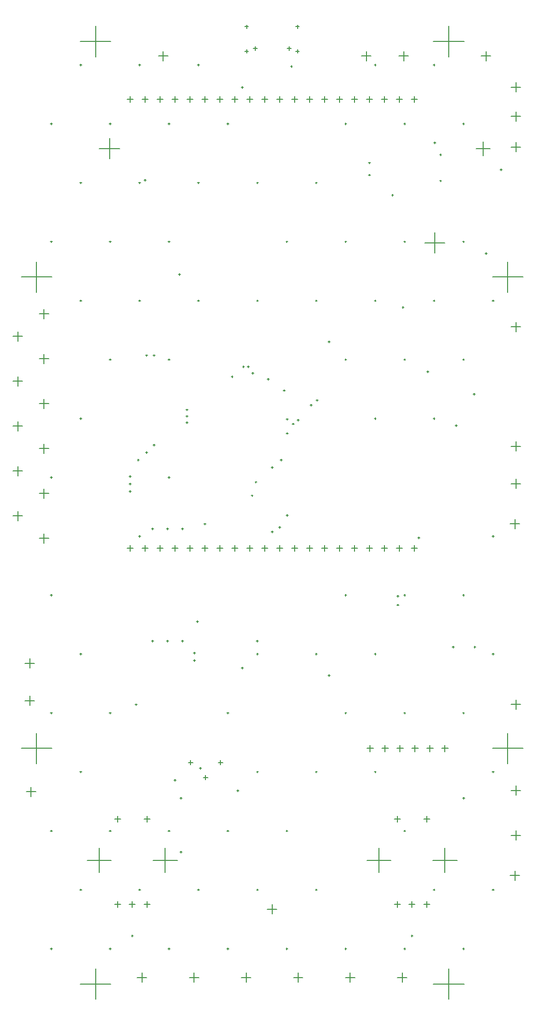
<source format=gbr>
%TF.GenerationSoftware,Altium Limited,Altium Designer,23.6.0 (18)*%
G04 Layer_Color=128*
%FSLAX43Y43*%
%MOMM*%
%TF.SameCoordinates,407812E0-2FFD-4E57-8D94-CFCBE61D5419*%
%TF.FilePolarity,Positive*%
%TF.FileFunction,Drillmap*%
%TF.Part,Single*%
G01*
G75*
%TA.AperFunction,NonConductor*%
%ADD65C,0.127*%
D65*
X88100Y88900D02*
X89700D01*
X88900Y88100D02*
Y89700D01*
X18152Y145801D02*
X21602D01*
X19877Y144076D02*
Y147526D01*
X73397Y129799D02*
X76847D01*
X75122Y128074D02*
Y131524D01*
X82158Y145801D02*
X84546D01*
X83352Y144607D02*
Y146995D01*
X71118Y154178D02*
X72138D01*
X71628Y153668D02*
Y154688D01*
X68578Y154178D02*
X69598D01*
X69088Y153668D02*
Y154688D01*
X66038Y154178D02*
X67058D01*
X66548Y153668D02*
Y154688D01*
X58418Y154178D02*
X59438D01*
X58928Y153668D02*
Y154688D01*
X55878Y154178D02*
X56898D01*
X56388Y153668D02*
Y154688D01*
X53338Y154178D02*
X54358D01*
X53848Y153668D02*
Y154688D01*
X48258Y154178D02*
X49278D01*
X48768Y153668D02*
Y154688D01*
X43178Y154178D02*
X44198D01*
X43688Y153668D02*
Y154688D01*
X40638Y154178D02*
X41658D01*
X41148Y153668D02*
Y154688D01*
X35558Y154178D02*
X36578D01*
X36068Y153668D02*
Y154688D01*
X33018Y154178D02*
X34038D01*
X33528Y153668D02*
Y154688D01*
X30478Y154178D02*
X31498D01*
X30988Y153668D02*
Y154688D01*
X25398Y154178D02*
X26418D01*
X25908Y153668D02*
Y154688D01*
X22858Y154178D02*
X23878D01*
X23368Y153668D02*
Y154688D01*
X27938Y154178D02*
X28958D01*
X28448Y153668D02*
Y154688D01*
X38098Y154178D02*
X39118D01*
X38608Y153668D02*
Y154688D01*
X45718Y154178D02*
X46738D01*
X46228Y153668D02*
Y154688D01*
X50798Y154178D02*
X51818D01*
X51308Y153668D02*
Y154688D01*
X60958Y154178D02*
X61978D01*
X61468Y153668D02*
Y154688D01*
X63498Y154178D02*
X64518D01*
X64008Y153668D02*
Y154688D01*
X71118Y77978D02*
X72138D01*
X71628Y77468D02*
Y78488D01*
X68578Y77978D02*
X69598D01*
X69088Y77468D02*
Y78488D01*
X66038Y77978D02*
X67058D01*
X66548Y77468D02*
Y78488D01*
X58418Y77978D02*
X59438D01*
X58928Y77468D02*
Y78488D01*
X55878Y77978D02*
X56898D01*
X56388Y77468D02*
Y78488D01*
X53338Y77978D02*
X54358D01*
X53848Y77468D02*
Y78488D01*
X48258Y77978D02*
X49278D01*
X48768Y77468D02*
Y78488D01*
X43178Y77978D02*
X44198D01*
X43688Y77468D02*
Y78488D01*
X40638Y77978D02*
X41658D01*
X41148Y77468D02*
Y78488D01*
X35558Y77978D02*
X36578D01*
X36068Y77468D02*
Y78488D01*
X33018Y77978D02*
X34038D01*
X33528Y77468D02*
Y78488D01*
X30478Y77978D02*
X31498D01*
X30988Y77468D02*
Y78488D01*
X25398Y77978D02*
X26418D01*
X25908Y77468D02*
Y78488D01*
X22858Y77978D02*
X23878D01*
X23368Y77468D02*
Y78488D01*
X27938Y77978D02*
X28958D01*
X28448Y77468D02*
Y78488D01*
X38098Y77978D02*
X39118D01*
X38608Y77468D02*
Y78488D01*
X45718Y77978D02*
X46738D01*
X46228Y77468D02*
Y78488D01*
X50798Y77978D02*
X51818D01*
X51308Y77468D02*
Y78488D01*
X60958Y77978D02*
X61978D01*
X61468Y77468D02*
Y78488D01*
X63498Y77978D02*
X64518D01*
X64008Y77468D02*
Y78488D01*
X76300Y44000D02*
X77400D01*
X76850Y43450D02*
Y44550D01*
X73760Y44000D02*
X74860D01*
X74310Y43450D02*
Y44550D01*
X68680Y44000D02*
X69780D01*
X69230Y43450D02*
Y44550D01*
X63600Y44000D02*
X64700D01*
X64150Y43450D02*
Y44550D01*
X66140Y44000D02*
X67240D01*
X66690Y43450D02*
Y44550D01*
X71220Y44000D02*
X72320D01*
X71770Y43450D02*
Y44550D01*
X28200Y161500D02*
X29800D01*
X29000Y160700D02*
Y162300D01*
X87910Y82105D02*
X89510D01*
X88710Y81305D02*
Y82905D01*
X5740Y36640D02*
X7340D01*
X6540Y35840D02*
Y37440D01*
X46700Y16700D02*
X48300D01*
X47500Y15900D02*
Y17500D01*
X87910Y22415D02*
X89510D01*
X88710Y21615D02*
Y23215D01*
X7963Y79629D02*
X9563D01*
X8763Y78829D02*
Y80429D01*
X3518Y83439D02*
X5118D01*
X4318Y82639D02*
Y84239D01*
X7963Y87249D02*
X9563D01*
X8763Y86449D02*
Y88049D01*
X3518Y91059D02*
X5118D01*
X4318Y90259D02*
Y91859D01*
X7963Y94869D02*
X9563D01*
X8763Y94069D02*
Y95669D01*
X3518Y98679D02*
X5118D01*
X4318Y97879D02*
Y99479D01*
X7963Y102489D02*
X9563D01*
X8763Y101689D02*
Y103289D01*
X3518Y106299D02*
X5118D01*
X4318Y105499D02*
Y107099D01*
X7963Y110109D02*
X9563D01*
X8763Y109309D02*
Y110909D01*
X3518Y113919D02*
X5118D01*
X4318Y113119D02*
Y114719D01*
X7963Y117729D02*
X9563D01*
X8763Y116929D02*
Y118529D01*
X68250Y32000D02*
X69250D01*
X68750Y31500D02*
Y32500D01*
X73250Y32000D02*
X74250D01*
X73750Y31500D02*
Y32500D01*
X68250Y17500D02*
X69250D01*
X68750Y17000D02*
Y18000D01*
X70750Y17500D02*
X71750D01*
X71250Y17000D02*
Y18000D01*
X73250Y17500D02*
X74250D01*
X73750Y17000D02*
Y18000D01*
X63600Y25000D02*
X67700D01*
X65650Y22950D02*
Y27050D01*
X74800Y25000D02*
X78900D01*
X76850Y22950D02*
Y27050D01*
X20750Y32000D02*
X21750D01*
X21250Y31500D02*
Y32500D01*
X25750Y32000D02*
X26750D01*
X26250Y31500D02*
Y32500D01*
X20750Y17500D02*
X21750D01*
X21250Y17000D02*
Y18000D01*
X23250Y17500D02*
X24250D01*
X23750Y17000D02*
Y18000D01*
X25750Y17500D02*
X26750D01*
X26250Y17000D02*
Y18000D01*
X16100Y25000D02*
X20200D01*
X18150Y22950D02*
Y27050D01*
X27300Y25000D02*
X31400D01*
X29350Y22950D02*
Y27050D01*
X42280Y5105D02*
X43880D01*
X43080Y4305D02*
Y5905D01*
X68800Y5080D02*
X70400D01*
X69600Y4280D02*
Y5880D01*
X59960Y5105D02*
X61560D01*
X60760Y4305D02*
Y5905D01*
X51120Y5105D02*
X52720D01*
X51920Y4305D02*
Y5905D01*
X33440Y5105D02*
X35040D01*
X34240Y4305D02*
Y5905D01*
X24600Y5105D02*
X26200D01*
X25400Y4305D02*
Y5905D01*
X88100Y29210D02*
X89700D01*
X88900Y28410D02*
Y30010D01*
X88100Y36830D02*
X89700D01*
X88900Y36030D02*
Y37630D01*
X88100Y51435D02*
X89700D01*
X88900Y50635D02*
Y52235D01*
X38378Y41595D02*
X39092D01*
X38735Y41238D02*
Y41952D01*
X35838Y39055D02*
X36552D01*
X36195Y38698D02*
Y39412D01*
X33298Y41595D02*
X34012D01*
X33655Y41238D02*
Y41952D01*
X5550Y52070D02*
X7150D01*
X6350Y51270D02*
Y52870D01*
X5550Y58420D02*
X7150D01*
X6350Y57620D02*
Y59220D01*
X51520Y166500D02*
X52120D01*
X51820Y166200D02*
Y166800D01*
X42880Y166500D02*
X43480D01*
X43180Y166200D02*
Y166800D01*
X51520Y162320D02*
X52120D01*
X51820Y162020D02*
Y162620D01*
X42880Y162320D02*
X43480D01*
X43180Y162020D02*
Y162620D01*
X44285Y162820D02*
X44935D01*
X44610Y162495D02*
Y163145D01*
X50065Y162820D02*
X50715D01*
X50390Y162495D02*
Y163145D01*
X62700Y161500D02*
X64300D01*
X63500Y160700D02*
Y162300D01*
X88100Y146050D02*
X89700D01*
X88900Y145250D02*
Y146850D01*
X88100Y151275D02*
X89700D01*
X88900Y150475D02*
Y152075D01*
X88100Y156210D02*
X89700D01*
X88900Y155410D02*
Y157010D01*
X88100Y115532D02*
X89700D01*
X88900Y114732D02*
Y116332D01*
X88100Y95250D02*
X89700D01*
X88900Y94450D02*
Y96050D01*
X83020Y161500D02*
X84620D01*
X83820Y160700D02*
Y162300D01*
X69050Y161500D02*
X70650D01*
X69850Y160700D02*
Y162300D01*
X84900Y44000D02*
X90100D01*
X87500Y41400D02*
Y46600D01*
X84900Y124000D02*
X90100D01*
X87500Y121400D02*
Y126600D01*
X4900Y124000D02*
X10100D01*
X7500Y121400D02*
Y126600D01*
X4900Y44000D02*
X10100D01*
X7500Y41400D02*
Y46600D01*
X74900Y164000D02*
X80100D01*
X77500Y161400D02*
Y166600D01*
X14900Y4000D02*
X20100D01*
X17500Y1400D02*
Y6600D01*
X74900Y4000D02*
X80100D01*
X77500Y1400D02*
Y6600D01*
X14900Y164000D02*
X20100D01*
X17500Y161400D02*
Y166600D01*
X79850Y150000D02*
X80150D01*
X80000Y149850D02*
Y150150D01*
X79850Y130000D02*
X80150D01*
X80000Y129850D02*
Y130150D01*
X84850Y120000D02*
X85150D01*
X85000Y119850D02*
Y120150D01*
X79850Y110000D02*
X80150D01*
X80000Y109850D02*
Y110150D01*
X84850Y80000D02*
X85150D01*
X85000Y79850D02*
Y80150D01*
X79850Y70000D02*
X80150D01*
X80000Y69850D02*
Y70150D01*
X84850Y60000D02*
X85150D01*
X85000Y59850D02*
Y60150D01*
X79850Y50000D02*
X80150D01*
X80000Y49850D02*
Y50150D01*
X84850Y40000D02*
X85150D01*
X85000Y39850D02*
Y40150D01*
X84850Y20000D02*
X85150D01*
X85000Y19850D02*
Y20150D01*
X79850Y10000D02*
X80150D01*
X80000Y9850D02*
Y10150D01*
X74850Y160000D02*
X75150D01*
X75000Y159850D02*
Y160150D01*
X69850Y150000D02*
X70150D01*
X70000Y149850D02*
Y150150D01*
X69850Y130000D02*
X70150D01*
X70000Y129850D02*
Y130150D01*
X74850Y120000D02*
X75150D01*
X75000Y119850D02*
Y120150D01*
X69850Y110000D02*
X70150D01*
X70000Y109850D02*
Y110150D01*
X74850Y100000D02*
X75150D01*
X75000Y99850D02*
Y100150D01*
X69850Y70000D02*
X70150D01*
X70000Y69850D02*
Y70150D01*
X69850Y50000D02*
X70150D01*
X70000Y49850D02*
Y50150D01*
X69850Y30000D02*
X70150D01*
X70000Y29850D02*
Y30150D01*
X74850Y20000D02*
X75150D01*
X75000Y19850D02*
Y20150D01*
X69850Y10000D02*
X70150D01*
X70000Y9850D02*
Y10150D01*
X64850Y160000D02*
X65150D01*
X65000Y159850D02*
Y160150D01*
X59850Y150000D02*
X60150D01*
X60000Y149850D02*
Y150150D01*
X59850Y130000D02*
X60150D01*
X60000Y129850D02*
Y130150D01*
X64850Y120000D02*
X65150D01*
X65000Y119850D02*
Y120150D01*
X59850Y110000D02*
X60150D01*
X60000Y109850D02*
Y110150D01*
X64850Y100000D02*
X65150D01*
X65000Y99850D02*
Y100150D01*
X59850Y70000D02*
X60150D01*
X60000Y69850D02*
Y70150D01*
X64850Y60000D02*
X65150D01*
X65000Y59850D02*
Y60150D01*
X59850Y50000D02*
X60150D01*
X60000Y49850D02*
Y50150D01*
X64850Y40000D02*
X65150D01*
X65000Y39850D02*
Y40150D01*
X59850Y10000D02*
X60150D01*
X60000Y9850D02*
Y10150D01*
X54850Y140000D02*
X55150D01*
X55000Y139850D02*
Y140150D01*
X49850Y130000D02*
X50150D01*
X50000Y129850D02*
Y130150D01*
X54850Y120000D02*
X55150D01*
X55000Y119850D02*
Y120150D01*
X54850Y60000D02*
X55150D01*
X55000Y59850D02*
Y60150D01*
X54850Y40000D02*
X55150D01*
X55000Y39850D02*
Y40150D01*
X49850Y30000D02*
X50150D01*
X50000Y29850D02*
Y30150D01*
X54850Y20000D02*
X55150D01*
X55000Y19850D02*
Y20150D01*
X49850Y10000D02*
X50150D01*
X50000Y9850D02*
Y10150D01*
X39850Y150000D02*
X40150D01*
X40000Y149850D02*
Y150150D01*
X44850Y140000D02*
X45150D01*
X45000Y139850D02*
Y140150D01*
X44850Y120000D02*
X45150D01*
X45000Y119850D02*
Y120150D01*
X44850Y60000D02*
X45150D01*
X45000Y59850D02*
Y60150D01*
X39850Y50000D02*
X40150D01*
X40000Y49850D02*
Y50150D01*
X44850Y40000D02*
X45150D01*
X45000Y39850D02*
Y40150D01*
X39850Y30000D02*
X40150D01*
X40000Y29850D02*
Y30150D01*
X44850Y20000D02*
X45150D01*
X45000Y19850D02*
Y20150D01*
X39850Y10000D02*
X40150D01*
X40000Y9850D02*
Y10150D01*
X34850Y160000D02*
X35150D01*
X35000Y159850D02*
Y160150D01*
X29850Y150000D02*
X30150D01*
X30000Y149850D02*
Y150150D01*
X34850Y140000D02*
X35150D01*
X35000Y139850D02*
Y140150D01*
X29850Y130000D02*
X30150D01*
X30000Y129850D02*
Y130150D01*
X34850Y120000D02*
X35150D01*
X35000Y119850D02*
Y120150D01*
X29850Y110000D02*
X30150D01*
X30000Y109850D02*
Y110150D01*
X29850Y90000D02*
X30150D01*
X30000Y89850D02*
Y90150D01*
X29850Y30000D02*
X30150D01*
X30000Y29850D02*
Y30150D01*
X34850Y20000D02*
X35150D01*
X35000Y19850D02*
Y20150D01*
X29850Y10000D02*
X30150D01*
X30000Y9850D02*
Y10150D01*
X24850Y160000D02*
X25150D01*
X25000Y159850D02*
Y160150D01*
X19850Y150000D02*
X20150D01*
X20000Y149850D02*
Y150150D01*
X24850Y140000D02*
X25150D01*
X25000Y139850D02*
Y140150D01*
X19850Y130000D02*
X20150D01*
X20000Y129850D02*
Y130150D01*
X24850Y120000D02*
X25150D01*
X25000Y119850D02*
Y120150D01*
X19850Y110000D02*
X20150D01*
X20000Y109850D02*
Y110150D01*
X24850Y80000D02*
X25150D01*
X25000Y79850D02*
Y80150D01*
X19850Y50000D02*
X20150D01*
X20000Y49850D02*
Y50150D01*
X19850Y30000D02*
X20150D01*
X20000Y29850D02*
Y30150D01*
X24850Y20000D02*
X25150D01*
X25000Y19850D02*
Y20150D01*
X19850Y10000D02*
X20150D01*
X20000Y9850D02*
Y10150D01*
X14850Y160000D02*
X15150D01*
X15000Y159850D02*
Y160150D01*
X9850Y150000D02*
X10150D01*
X10000Y149850D02*
Y150150D01*
X14850Y140000D02*
X15150D01*
X15000Y139850D02*
Y140150D01*
X9850Y130000D02*
X10150D01*
X10000Y129850D02*
Y130150D01*
X14850Y120000D02*
X15150D01*
X15000Y119850D02*
Y120150D01*
X14850Y100000D02*
X15150D01*
X15000Y99850D02*
Y100150D01*
X9850Y90000D02*
X10150D01*
X10000Y89850D02*
Y90150D01*
X9850Y70000D02*
X10150D01*
X10000Y69850D02*
Y70150D01*
X14850Y60000D02*
X15150D01*
X15000Y59850D02*
Y60150D01*
X9850Y50000D02*
X10150D01*
X10000Y49850D02*
Y50150D01*
X14850Y40000D02*
X15150D01*
X15000Y39850D02*
Y40150D01*
X9850Y30000D02*
X10150D01*
X10000Y29850D02*
Y30150D01*
X14850Y20000D02*
X15150D01*
X15000Y19850D02*
Y20150D01*
X9850Y10000D02*
X10150D01*
X10000Y9850D02*
Y10150D01*
X42483Y108809D02*
X42783D01*
X42633Y108659D02*
Y108959D01*
X49380Y104752D02*
X49680D01*
X49530Y104602D02*
Y104902D01*
X48894Y92964D02*
X49194D01*
X49044Y92814D02*
Y93114D01*
X49911Y97475D02*
X50211D01*
X50061Y97325D02*
Y97625D01*
X50904Y99075D02*
X51204D01*
X51054Y98925D02*
Y99225D01*
X49888Y99875D02*
X50188D01*
X50038Y99725D02*
Y100025D01*
X53952Y102275D02*
X54252D01*
X54102Y102125D02*
Y102425D01*
X54968Y103075D02*
X55268D01*
X55118Y102925D02*
Y103225D01*
X51778Y99752D02*
X52078D01*
X51928Y99602D02*
Y99902D01*
X32870Y99314D02*
X33170D01*
X33020Y99164D02*
Y99464D01*
X32870Y100375D02*
X33170D01*
X33020Y100225D02*
Y100525D01*
X32870Y101475D02*
X33170D01*
X33020Y101325D02*
Y101625D01*
X44046Y107696D02*
X44346D01*
X44196Y107546D02*
Y107846D01*
X43284Y108809D02*
X43584D01*
X43434Y108659D02*
Y108959D01*
X40557Y107113D02*
X40857D01*
X40707Y106963D02*
Y107263D01*
X81765Y61214D02*
X82065D01*
X81915Y61064D02*
Y61364D01*
X78082Y61214D02*
X78382D01*
X78232Y61064D02*
Y61364D01*
X41506Y36830D02*
X41806D01*
X41656Y36680D02*
Y36980D01*
X50639Y159766D02*
X50939D01*
X50789Y159616D02*
Y159916D01*
X35918Y82087D02*
X36218D01*
X36068Y81937D02*
Y82237D01*
X47348Y91694D02*
X47648D01*
X47498Y91544D02*
Y91844D01*
X31600Y124460D02*
X31900D01*
X31750Y124310D02*
Y124610D01*
X25758Y140462D02*
X26058D01*
X25908Y140312D02*
Y140612D01*
X42268Y156210D02*
X42568D01*
X42418Y156060D02*
Y156360D01*
X26012Y110699D02*
X26312D01*
X26162Y110549D02*
Y110849D01*
X26012Y94234D02*
X26312D01*
X26162Y94084D02*
Y94384D01*
X24630Y92964D02*
X24930D01*
X24780Y92814D02*
Y93114D01*
X42268Y57658D02*
X42568D01*
X42418Y57508D02*
Y57808D01*
X34140Y58928D02*
X34440D01*
X34290Y58778D02*
Y59078D01*
X34140Y60198D02*
X34440D01*
X34290Y60048D02*
Y60348D01*
X34648Y65532D02*
X34948D01*
X34798Y65382D02*
Y65682D01*
X24234Y51435D02*
X24534D01*
X24384Y51285D02*
Y51585D01*
X23218Y87630D02*
X23518D01*
X23368Y87480D02*
Y87780D01*
X23218Y88900D02*
X23518D01*
X23368Y88750D02*
Y89050D01*
X23218Y90170D02*
X23518D01*
X23368Y90020D02*
Y90320D01*
X27282Y95504D02*
X27582D01*
X27432Y95354D02*
Y95654D01*
X48618Y81534D02*
X48918D01*
X48768Y81384D02*
Y81684D01*
X49888Y83566D02*
X50188D01*
X50038Y83416D02*
Y83716D01*
X44808Y62230D02*
X45108D01*
X44958Y62080D02*
Y62380D01*
X57000Y56388D02*
X57300D01*
X57150Y56238D02*
Y56538D01*
X47348Y80772D02*
X47648D01*
X47498Y80622D02*
Y80922D01*
X35156Y40640D02*
X35456D01*
X35306Y40490D02*
Y40790D01*
X32108Y62230D02*
X32408D01*
X32258Y62080D02*
Y62380D01*
X32108Y81280D02*
X32408D01*
X32258Y81130D02*
Y81430D01*
X30838Y38608D02*
X31138D01*
X30988Y38458D02*
Y38758D01*
X29568Y62230D02*
X29868D01*
X29718Y62080D02*
Y62380D01*
X29568Y81280D02*
X29868D01*
X29718Y81130D02*
Y81430D01*
X27028Y62230D02*
X27328D01*
X27178Y62080D02*
Y62380D01*
X27028Y81280D02*
X27328D01*
X27178Y81130D02*
Y81430D01*
X46692Y106680D02*
X46992D01*
X46842Y106530D02*
Y106830D01*
X68710Y69850D02*
X69010D01*
X68860Y69700D02*
Y70000D01*
X68710Y68345D02*
X69010D01*
X68860Y68195D02*
Y68495D01*
X72240Y79756D02*
X72540D01*
X72390Y79606D02*
Y79906D01*
X43949Y86920D02*
X44249D01*
X44099Y86770D02*
Y87070D01*
X44599Y89199D02*
X44899D01*
X44749Y89049D02*
Y89349D01*
X27282Y110699D02*
X27582D01*
X27432Y110549D02*
Y110849D01*
X79860Y35560D02*
X80160D01*
X80010Y35410D02*
Y35710D01*
X71100Y12192D02*
X71400D01*
X71250Y12042D02*
Y12342D01*
X31854Y26416D02*
X32154D01*
X32004Y26266D02*
Y26566D01*
X23600Y12192D02*
X23900D01*
X23750Y12042D02*
Y12342D01*
X31854Y35560D02*
X32154D01*
X32004Y35410D02*
Y35710D01*
X57000Y113030D02*
X57300D01*
X57150Y112880D02*
Y113180D01*
X75943Y144780D02*
X76243D01*
X76093Y144630D02*
Y144930D01*
X75943Y140335D02*
X76243D01*
X76093Y140185D02*
Y140485D01*
X74972Y146812D02*
X75272D01*
X75122Y146662D02*
Y146962D01*
X63860Y143385D02*
X64160D01*
X64010Y143235D02*
Y143535D01*
X67795Y137922D02*
X68095D01*
X67945Y137772D02*
Y138072D01*
X69573Y118872D02*
X69872D01*
X69723Y118722D02*
Y119022D01*
X73764Y107950D02*
X74064D01*
X73914Y107800D02*
Y108100D01*
X78590Y98806D02*
X78890D01*
X78740Y98656D02*
Y98956D01*
X81638Y104140D02*
X81938D01*
X81788Y103990D02*
Y104290D01*
X83670Y128016D02*
X83970D01*
X83820Y127866D02*
Y128166D01*
X86210Y142240D02*
X86510D01*
X86360Y142090D02*
Y142390D01*
X63860Y141335D02*
X64160D01*
X64010Y141185D02*
Y141485D01*
%TF.MD5,bd51531cf15113f2c87880ad3af70c28*%
M02*

</source>
